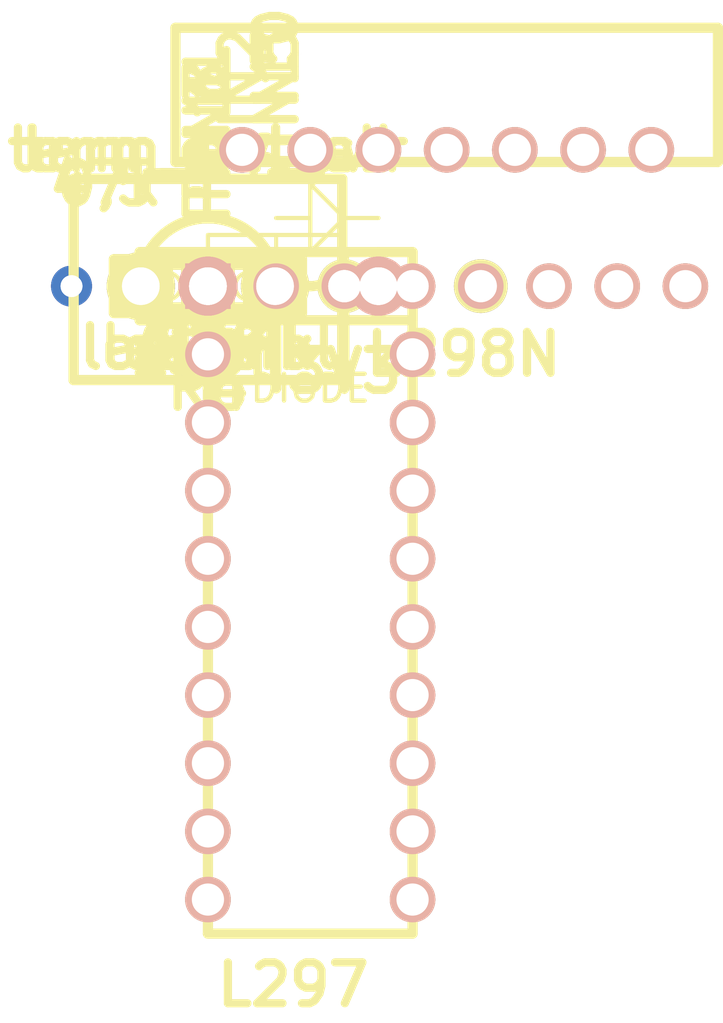
<source format=kicad_pcb>
(kicad_pcb (version 3) (host pcbnew "(2013-07-07 BZR 4022)-stable")

  (general
    (links 71)
    (no_connects 53)
    (area 0 0 0 0)
    (thickness 1.6)
    (drawings 0)
    (tracks 0)
    (zones 0)
    (modules 35)
    (nets 30)
  )

  (page A3)
  (layers
    (15 F.Cu signal)
    (0 B.Cu signal)
    (16 B.Adhes user)
    (17 F.Adhes user)
    (18 B.Paste user)
    (19 F.Paste user)
    (20 B.SilkS user)
    (21 F.SilkS user)
    (22 B.Mask user)
    (23 F.Mask user)
    (24 Dwgs.User user)
    (25 Cmts.User user)
    (26 Eco1.User user)
    (27 Eco2.User user)
    (28 Edge.Cuts user)
  )

  (setup
    (last_trace_width 0.254)
    (trace_clearance 0.254)
    (zone_clearance 0.508)
    (zone_45_only no)
    (trace_min 0.254)
    (segment_width 0.2)
    (edge_width 0.15)
    (via_size 0.889)
    (via_drill 0.635)
    (via_min_size 0.889)
    (via_min_drill 0.508)
    (uvia_size 0.508)
    (uvia_drill 0.127)
    (uvias_allowed no)
    (uvia_min_size 0.508)
    (uvia_min_drill 0.127)
    (pcb_text_width 0.3)
    (pcb_text_size 1.5 1.5)
    (mod_edge_width 0.15)
    (mod_text_size 1.5 1.5)
    (mod_text_width 0.15)
    (pad_size 1.524 1.524)
    (pad_drill 0.762)
    (pad_to_mask_clearance 0.2)
    (aux_axis_origin 0 0)
    (visible_elements FFFFFFBF)
    (pcbplotparams
      (layerselection 3178497)
      (usegerberextensions true)
      (excludeedgelayer true)
      (linewidth 0.150000)
      (plotframeref false)
      (viasonmask false)
      (mode 1)
      (useauxorigin false)
      (hpglpennumber 1)
      (hpglpenspeed 20)
      (hpglpendiameter 15)
      (hpglpenoverlay 2)
      (psnegative false)
      (psa4output false)
      (plotreference true)
      (plotvalue true)
      (plotothertext true)
      (plotinvisibletext false)
      (padsonsilk false)
      (subtractmaskfromsilk false)
      (outputformat 1)
      (mirror false)
      (drillshape 1)
      (scaleselection 1)
      (outputdirectory ""))
  )

  (net 0 "")
  (net 1 +36V)
  (net 2 +5V)
  (net 3 GND)
  (net 4 N-000001)
  (net 5 N-0000010)
  (net 6 N-0000011)
  (net 7 N-0000012)
  (net 8 N-0000013)
  (net 9 N-0000014)
  (net 10 N-0000015)
  (net 11 N-0000016)
  (net 12 N-0000017)
  (net 13 N-0000018)
  (net 14 N-0000019)
  (net 15 N-0000021)
  (net 16 N-0000022)
  (net 17 N-0000023)
  (net 18 N-0000024)
  (net 19 N-0000025)
  (net 20 N-0000026)
  (net 21 N-0000027)
  (net 22 N-0000028)
  (net 23 N-0000029)
  (net 24 N-000003)
  (net 25 N-000004)
  (net 26 N-000005)
  (net 27 N-000006)
  (net 28 N-000008)
  (net 29 N-000009)

  (net_class Default "Это класс цепей по умолчанию."
    (clearance 0.254)
    (trace_width 0.254)
    (via_dia 0.889)
    (via_drill 0.635)
    (uvia_dia 0.508)
    (uvia_drill 0.127)
    (add_net "")
    (add_net +36V)
    (add_net +5V)
    (add_net GND)
    (add_net N-000001)
    (add_net N-0000010)
    (add_net N-0000011)
    (add_net N-0000012)
    (add_net N-0000013)
    (add_net N-0000014)
    (add_net N-0000015)
    (add_net N-0000016)
    (add_net N-0000017)
    (add_net N-0000018)
    (add_net N-0000019)
    (add_net N-0000021)
    (add_net N-0000022)
    (add_net N-0000023)
    (add_net N-0000024)
    (add_net N-0000025)
    (add_net N-0000026)
    (add_net N-0000027)
    (add_net N-0000028)
    (add_net N-0000029)
    (add_net N-000003)
    (add_net N-000004)
    (add_net N-000005)
    (add_net N-000006)
    (add_net N-000008)
    (add_net N-000009)
  )

  (module RES_1206 (layer F.Cu) (tedit 52246718) (tstamp 53B16DC9)
    (at 112.5 84.5)
    (path /524975EA)
    (fp_text reference R8 (at 0 -2.286) (layer F.SilkS) hide
      (effects (font (size 1.524 1.524) (thickness 0.3048)))
    )
    (fp_text value 0 (at 0 2.286) (layer F.SilkS)
      (effects (font (size 1.524 1.524) (thickness 0.3048)))
    )
    (fp_line (start 1.524 0) (end 2.794 0) (layer F.SilkS) (width 0.381))
    (fp_line (start -1.524 0) (end -2.794 0) (layer F.SilkS) (width 0.381))
    (fp_line (start -1.5494 -0.8001) (end -1.5494 0.8001) (layer F.SilkS) (width 0.381))
    (fp_line (start -1.5494 0.8001) (end 1.5494 0.8001) (layer F.SilkS) (width 0.381))
    (fp_line (start 1.5494 0.8001) (end 1.5494 -0.8001) (layer F.SilkS) (width 0.381))
    (fp_line (start 1.5494 -0.8001) (end -1.5494 -0.8001) (layer F.SilkS) (width 0.381))
    (pad 1 smd rect (at -1.905 0) (size 1.20142 1.80086)
      (layers B.Cu F.SilkS B.Mask)
      (net 22 N-0000028)
    )
    (pad 2 smd rect (at 1.905 0) (size 1.20142 1.80086)
      (layers B.Cu F.SilkS B.Mask)
      (net 26 N-000005)
    )
    (model smd\resistors\r_1206.wrl
      (at (xyz 0 0 0))
      (scale (xyz 1 1 1))
      (rotate (xyz 0 0 0))
    )
  )

  (module RES_1206 (layer F.Cu) (tedit 52246718) (tstamp 53B16DD5)
    (at 112.5 84.5)
    (path /52038B96)
    (fp_text reference R3 (at 0 -2.286) (layer F.SilkS) hide
      (effects (font (size 1.524 1.524) (thickness 0.3048)))
    )
    (fp_text value 22k (at 0 2.286) (layer F.SilkS)
      (effects (font (size 1.524 1.524) (thickness 0.3048)))
    )
    (fp_line (start 1.524 0) (end 2.794 0) (layer F.SilkS) (width 0.381))
    (fp_line (start -1.524 0) (end -2.794 0) (layer F.SilkS) (width 0.381))
    (fp_line (start -1.5494 -0.8001) (end -1.5494 0.8001) (layer F.SilkS) (width 0.381))
    (fp_line (start -1.5494 0.8001) (end 1.5494 0.8001) (layer F.SilkS) (width 0.381))
    (fp_line (start 1.5494 0.8001) (end 1.5494 -0.8001) (layer F.SilkS) (width 0.381))
    (fp_line (start 1.5494 -0.8001) (end -1.5494 -0.8001) (layer F.SilkS) (width 0.381))
    (pad 1 smd rect (at -1.905 0) (size 1.20142 1.80086)
      (layers B.Cu F.SilkS B.Mask)
      (net 2 +5V)
    )
    (pad 2 smd rect (at 1.905 0) (size 1.20142 1.80086)
      (layers B.Cu F.SilkS B.Mask)
      (net 5 N-0000010)
    )
    (model smd\resistors\r_1206.wrl
      (at (xyz 0 0 0))
      (scale (xyz 1 1 1))
      (rotate (xyz 0 0 0))
    )
  )

  (module RES_1206 (layer F.Cu) (tedit 52246718) (tstamp 53B16DE1)
    (at 112.5 84.5)
    (path /52047BE5)
    (fp_text reference R2 (at 0 -2.286) (layer F.SilkS) hide
      (effects (font (size 1.524 1.524) (thickness 0.3048)))
    )
    (fp_text value 470 (at 0 2.286) (layer F.SilkS)
      (effects (font (size 1.524 1.524) (thickness 0.3048)))
    )
    (fp_line (start 1.524 0) (end 2.794 0) (layer F.SilkS) (width 0.381))
    (fp_line (start -1.524 0) (end -2.794 0) (layer F.SilkS) (width 0.381))
    (fp_line (start -1.5494 -0.8001) (end -1.5494 0.8001) (layer F.SilkS) (width 0.381))
    (fp_line (start -1.5494 0.8001) (end 1.5494 0.8001) (layer F.SilkS) (width 0.381))
    (fp_line (start 1.5494 0.8001) (end 1.5494 -0.8001) (layer F.SilkS) (width 0.381))
    (fp_line (start 1.5494 -0.8001) (end -1.5494 -0.8001) (layer F.SilkS) (width 0.381))
    (pad 1 smd rect (at -1.905 0) (size 1.20142 1.80086)
      (layers B.Cu F.SilkS B.Mask)
      (net 23 N-0000029)
    )
    (pad 2 smd rect (at 1.905 0) (size 1.20142 1.80086)
      (layers B.Cu F.SilkS B.Mask)
      (net 27 N-000006)
    )
    (model smd\resistors\r_1206.wrl
      (at (xyz 0 0 0))
      (scale (xyz 1 1 1))
      (rotate (xyz 0 0 0))
    )
  )

  (module RES_1206 (layer F.Cu) (tedit 52246718) (tstamp 53B16DED)
    (at 112.5 84.5)
    (path /52047BDE)
    (fp_text reference R1 (at 0 -2.286) (layer F.SilkS) hide
      (effects (font (size 1.524 1.524) (thickness 0.3048)))
    )
    (fp_text value 470 (at 0 2.286) (layer F.SilkS)
      (effects (font (size 1.524 1.524) (thickness 0.3048)))
    )
    (fp_line (start 1.524 0) (end 2.794 0) (layer F.SilkS) (width 0.381))
    (fp_line (start -1.524 0) (end -2.794 0) (layer F.SilkS) (width 0.381))
    (fp_line (start -1.5494 -0.8001) (end -1.5494 0.8001) (layer F.SilkS) (width 0.381))
    (fp_line (start -1.5494 0.8001) (end 1.5494 0.8001) (layer F.SilkS) (width 0.381))
    (fp_line (start 1.5494 0.8001) (end 1.5494 -0.8001) (layer F.SilkS) (width 0.381))
    (fp_line (start 1.5494 -0.8001) (end -1.5494 -0.8001) (layer F.SilkS) (width 0.381))
    (pad 1 smd rect (at -1.905 0) (size 1.20142 1.80086)
      (layers B.Cu F.SilkS B.Mask)
      (net 26 N-000005)
    )
    (pad 2 smd rect (at 1.905 0) (size 1.20142 1.80086)
      (layers B.Cu F.SilkS B.Mask)
      (net 25 N-000004)
    )
    (model smd\resistors\r_1206.wrl
      (at (xyz 0 0 0))
      (scale (xyz 1 1 1))
      (rotate (xyz 0 0 0))
    )
  )

  (module R_5mm_hor (layer F.Cu) (tedit 5161521C) (tstamp 53B16DF7)
    (at 112.5 84.5)
    (path /52037D7B)
    (fp_text reference R4 (at 0 3.81) (layer F.SilkS)
      (effects (font (size 1.524 1.524) (thickness 0.3048)))
    )
    (fp_text value 0,5 (at -3.81 -3.81) (layer F.SilkS)
      (effects (font (size 1.524 1.524) (thickness 0.3048)))
    )
    (fp_line (start -2.54 1.27) (end -2.54 -1.27) (layer F.SilkS) (width 0.381))
    (fp_line (start -2.54 -1.27) (end 2.54 -1.27) (layer F.SilkS) (width 0.381))
    (fp_line (start 2.54 -1.27) (end 2.54 1.27) (layer F.SilkS) (width 0.381))
    (fp_line (start 2.54 1.27) (end -2.54 1.27) (layer F.SilkS) (width 0.381))
    (pad 1 thru_hole circle (at -5.08 0) (size 1.524 1.524) (drill 0.8128)
      (layers *.Cu)
      (net 3 GND)
    )
    (pad 2 thru_hole circle (at 5.08 0) (size 1.524 1.524) (drill 0.8128)
      (layers *.Cu)
      (net 21 N-0000027)
    )
    (model wings3d/passive/R_5mm_hor.wrl
      (at (xyz 0 0 0))
      (scale (xyz 0.394 0.394 0.394))
      (rotate (xyz 0 0 0))
    )
  )

  (module R_5mm_hor (layer F.Cu) (tedit 5161521C) (tstamp 53B16E01)
    (at 112.5 84.5)
    (path /52037D81)
    (fp_text reference R5 (at 0 3.81) (layer F.SilkS)
      (effects (font (size 1.524 1.524) (thickness 0.3048)))
    )
    (fp_text value 0,5 (at -3.81 -3.81) (layer F.SilkS)
      (effects (font (size 1.524 1.524) (thickness 0.3048)))
    )
    (fp_line (start -2.54 1.27) (end -2.54 -1.27) (layer F.SilkS) (width 0.381))
    (fp_line (start -2.54 -1.27) (end 2.54 -1.27) (layer F.SilkS) (width 0.381))
    (fp_line (start 2.54 -1.27) (end 2.54 1.27) (layer F.SilkS) (width 0.381))
    (fp_line (start 2.54 1.27) (end -2.54 1.27) (layer F.SilkS) (width 0.381))
    (pad 1 thru_hole circle (at -5.08 0) (size 1.524 1.524) (drill 0.8128)
      (layers *.Cu)
      (net 3 GND)
    )
    (pad 2 thru_hole circle (at 5.08 0) (size 1.524 1.524) (drill 0.8128)
      (layers *.Cu)
      (net 18 N-0000024)
    )
    (model wings3d/passive/R_5mm_hor.wrl
      (at (xyz 0 0 0))
      (scale (xyz 0.394 0.394 0.394))
      (rotate (xyz 0 0 0))
    )
  )

  (module R_5mm_hor (layer F.Cu) (tedit 5161521C) (tstamp 53B16E0B)
    (at 112.5 84.5)
    (path /52159EA2)
    (fp_text reference R6 (at 0 3.81) (layer F.SilkS)
      (effects (font (size 1.524 1.524) (thickness 0.3048)))
    )
    (fp_text value 47k (at -3.81 -3.81) (layer F.SilkS)
      (effects (font (size 1.524 1.524) (thickness 0.3048)))
    )
    (fp_line (start -2.54 1.27) (end -2.54 -1.27) (layer F.SilkS) (width 0.381))
    (fp_line (start -2.54 -1.27) (end 2.54 -1.27) (layer F.SilkS) (width 0.381))
    (fp_line (start 2.54 -1.27) (end 2.54 1.27) (layer F.SilkS) (width 0.381))
    (fp_line (start 2.54 1.27) (end -2.54 1.27) (layer F.SilkS) (width 0.381))
    (pad 1 thru_hole circle (at -5.08 0) (size 1.524 1.524) (drill 0.8128)
      (layers *.Cu)
      (net 14 N-0000019)
    )
    (pad 2 thru_hole circle (at 5.08 0) (size 1.524 1.524) (drill 0.8128)
      (layers *.Cu)
      (net 2 +5V)
    )
    (model wings3d/passive/R_5mm_hor.wrl
      (at (xyz 0 0 0))
      (scale (xyz 0.394 0.394 0.394))
      (rotate (xyz 0 0 0))
    )
  )

  (module PIN_3x1-corn (layer F.Cu) (tedit 5229AAD3) (tstamp 53B16E18)
    (at 112.5 84.5)
    (path /52039732)
    (fp_text reference PIN3 (at 2.54 -6.985 90) (layer F.SilkS)
      (effects (font (size 1.524 1.524) (thickness 0.3048)))
    )
    (fp_text value pin_drv_ctrl (at 2.54 2.54) (layer F.SilkS) hide
      (effects (font (size 1.524 1.524) (thickness 0.3048)))
    )
    (fp_line (start 0 -1.27) (end 0 -1.905) (layer F.SilkS) (width 0.15))
    (fp_line (start 0 -1.905) (end 5.08 -1.905) (layer F.SilkS) (width 0.15))
    (fp_line (start 5.08 -1.905) (end 5.08 -1.27) (layer F.SilkS) (width 0.15))
    (fp_line (start 5.08 0) (end 5.08 3.81) (layer F.SilkS) (width 0.381))
    (fp_line (start 2.54 0) (end 2.54 3.81) (layer F.SilkS) (width 0.381))
    (fp_line (start 0 0) (end 0 3.81) (layer F.SilkS) (width 0.381))
    (pad 2 thru_hole circle (at 2.54 0) (size 2 2) (drill 1.2)
      (layers B.Cu F.SilkS B.Mask)
      (net 23 N-0000029)
    )
    (pad 1 thru_hole circle (at 0 0) (size 2 2) (drill 1.2)
      (layers B.Cu F.SilkS B.Mask)
      (net 12 N-0000017)
    )
    (pad 3 thru_hole circle (at 5.08 0) (size 2 2) (drill 1.2)
      (layers B.Cu F.SilkS B.Mask)
      (net 11 N-0000016)
    )
    (model pin_array\pins_array_3x1.wrl
      (at (xyz 0 0 0))
      (scale (xyz 1 1 1))
      (rotate (xyz 0 0 0))
    )
  )

  (module PIN_3x1 (layer F.Cu) (tedit 5229AAA6) (tstamp 53B16E22)
    (at 112.5 84.5)
    (path /52039607)
    (fp_text reference PIN5 (at 2.54 -6.985 90) (layer F.SilkS)
      (effects (font (size 1.524 1.524) (thickness 0.3048)))
    )
    (fp_text value pin_switch_ctrl (at 2.54 2.54) (layer F.SilkS) hide
      (effects (font (size 1.524 1.524) (thickness 0.3048)))
    )
    (fp_line (start 0 -1.27) (end 0 -1.905) (layer F.SilkS) (width 0.15))
    (fp_line (start 0 -1.905) (end 5.08 -1.905) (layer F.SilkS) (width 0.15))
    (fp_line (start 5.08 -1.905) (end 5.08 -1.27) (layer F.SilkS) (width 0.15))
    (pad 2 thru_hole circle (at 2.54 0) (size 2 2) (drill 1.2)
      (layers B.Cu F.SilkS B.Mask)
      (net 4 N-000001)
    )
    (pad 1 thru_hole circle (at 0 0) (size 2 2) (drill 1.2)
      (layers B.Cu F.SilkS B.Mask)
      (net 2 +5V)
    )
    (pad 3 thru_hole circle (at 5.08 0) (size 2 2) (drill 1.2)
      (layers B.Cu F.SilkS B.Mask)
      (net 3 GND)
    )
    (model pin_array\pins_array_3x1.wrl
      (at (xyz 0 0 0))
      (scale (xyz 1 1 1))
      (rotate (xyz 0 0 0))
    )
  )

  (module PIN_3x1 (layer F.Cu) (tedit 5229AAA6) (tstamp 53B16E2C)
    (at 112.5 84.5)
    (path /5208A3D0)
    (fp_text reference PIN10 (at 2.54 -6.985 90) (layer F.SilkS)
      (effects (font (size 1.524 1.524) (thickness 0.3048)))
    )
    (fp_text value osc_src (at 2.54 2.54) (layer F.SilkS) hide
      (effects (font (size 1.524 1.524) (thickness 0.3048)))
    )
    (fp_line (start 0 -1.27) (end 0 -1.905) (layer F.SilkS) (width 0.15))
    (fp_line (start 0 -1.905) (end 5.08 -1.905) (layer F.SilkS) (width 0.15))
    (fp_line (start 5.08 -1.905) (end 5.08 -1.27) (layer F.SilkS) (width 0.15))
    (pad 2 thru_hole circle (at 2.54 0) (size 2 2) (drill 1.2)
      (layers B.Cu F.SilkS B.Mask)
      (net 13 N-0000018)
    )
    (pad 1 thru_hole circle (at 0 0) (size 2 2) (drill 1.2)
      (layers B.Cu F.SilkS B.Mask)
      (net 5 N-0000010)
    )
    (pad 3 thru_hole circle (at 5.08 0) (size 2 2) (drill 1.2)
      (layers B.Cu F.SilkS B.Mask)
      (net 3 GND)
    )
    (model pin_array\pins_array_3x1.wrl
      (at (xyz 0 0 0))
      (scale (xyz 1 1 1))
      (rotate (xyz 0 0 0))
    )
  )

  (module PIN_2x1-corn (layer F.Cu) (tedit 5229AA8B) (tstamp 53B16E37)
    (at 112.5 84.5)
    (path /5204830C)
    (fp_text reference PIN2 (at 1.27 -6.985 90) (layer F.SilkS)
      (effects (font (size 1.524 1.524) (thickness 0.3048)))
    )
    (fp_text value pin_ttl_pwr (at 1.27 2.54) (layer F.SilkS) hide
      (effects (font (size 1.524 1.524) (thickness 0.3048)))
    )
    (fp_line (start 0 -1.27) (end 0 -1.905) (layer F.SilkS) (width 0.15))
    (fp_line (start 0 -1.905) (end 2.54 -1.905) (layer F.SilkS) (width 0.15))
    (fp_line (start 2.54 -1.905) (end 2.54 -1.27) (layer F.SilkS) (width 0.15))
    (fp_line (start 2.54 0) (end 2.54 3.81) (layer F.SilkS) (width 0.381))
    (fp_line (start 0 0) (end 0 3.81) (layer F.SilkS) (width 0.381))
    (pad 1 thru_hole circle (at 0 0) (size 2 2) (drill 1.2)
      (layers B.Cu F.SilkS B.Mask)
      (net 3 GND)
    )
    (pad 2 thru_hole circle (at 2.54 0) (size 2 2) (drill 1.2)
      (layers B.Cu F.SilkS B.Mask)
      (net 2 +5V)
    )
    (model pin_array\pins_array_2x1.wrl
      (at (xyz 0 0 0))
      (scale (xyz 1 1 1))
      (rotate (xyz 0 0 0))
    )
  )

  (module PIN_1x1-corn (layer F.Cu) (tedit 5229A4EE) (tstamp 53B16E3D)
    (at 112.5 84.5)
    (path /52160DA8)
    (fp_text reference PIN11 (at 0 -5.715 90) (layer F.SilkS)
      (effects (font (size 1.524 1.524) (thickness 0.3048)))
    )
    (fp_text value pin_enbl (at 0 2.54) (layer F.SilkS) hide
      (effects (font (size 1.524 1.524) (thickness 0.3048)))
    )
    (fp_line (start 0 0) (end 0 3.81) (layer F.SilkS) (width 0.381))
    (pad 1 thru_hole circle (at 0 0) (size 2 2) (drill 1.2)
      (layers B.Cu F.SilkS B.Mask)
      (net 22 N-0000028)
    )
    (model pin_array\pin_array_1x1.wrl
      (at (xyz 0 0 0))
      (scale (xyz 1 1 1))
      (rotate (xyz 0 0 0))
    )
  )

  (module PIN_1x1-corn (layer F.Cu) (tedit 5229A4EE) (tstamp 53B16E43)
    (at 112.5 84.5)
    (path /52160D8D)
    (fp_text reference PIN6 (at 0 -5.715 90) (layer F.SilkS)
      (effects (font (size 1.524 1.524) (thickness 0.3048)))
    )
    (fp_text value pin_rst (at 0 2.54) (layer F.SilkS) hide
      (effects (font (size 1.524 1.524) (thickness 0.3048)))
    )
    (fp_line (start 0 0) (end 0 3.81) (layer F.SilkS) (width 0.381))
    (pad 1 thru_hole circle (at 0 0) (size 2 2) (drill 1.2)
      (layers B.Cu F.SilkS B.Mask)
      (net 6 N-0000011)
    )
    (model pin_array\pin_array_1x1.wrl
      (at (xyz 0 0 0))
      (scale (xyz 1 1 1))
      (rotate (xyz 0 0 0))
    )
  )

  (module PIN_1x1-corn (layer F.Cu) (tedit 5229A4EE) (tstamp 53B16E49)
    (at 112.5 84.5)
    (path /52160C30)
    (fp_text reference PIN1 (at 0 -5.715 90) (layer F.SilkS)
      (effects (font (size 1.524 1.524) (thickness 0.3048)))
    )
    (fp_text value pin_home (at 0 2.54) (layer F.SilkS) hide
      (effects (font (size 1.524 1.524) (thickness 0.3048)))
    )
    (fp_line (start 0 0) (end 0 3.81) (layer F.SilkS) (width 0.381))
    (pad 1 thru_hole circle (at 0 0) (size 2 2) (drill 1.2)
      (layers B.Cu F.SilkS B.Mask)
      (net 7 N-0000012)
    )
    (model pin_array\pin_array_1x1.wrl
      (at (xyz 0 0 0))
      (scale (xyz 1 1 1))
      (rotate (xyz 0 0 0))
    )
  )

  (module PIN_1x1-corn (layer F.Cu) (tedit 5229A4EE) (tstamp 53B16E4F)
    (at 112.5 84.5)
    (path /52160C03)
    (fp_text reference PIN7 (at 0 -5.715 90) (layer F.SilkS)
      (effects (font (size 1.524 1.524) (thickness 0.3048)))
    )
    (fp_text value pin_sync (at 0 2.54) (layer F.SilkS) hide
      (effects (font (size 1.524 1.524) (thickness 0.3048)))
    )
    (fp_line (start 0 0) (end 0 3.81) (layer F.SilkS) (width 0.381))
    (pad 1 thru_hole circle (at 0 0) (size 2 2) (drill 1.2)
      (layers B.Cu F.SilkS B.Mask)
      (net 29 N-000009)
    )
    (model pin_array\pin_array_1x1.wrl
      (at (xyz 0 0 0))
      (scale (xyz 1 1 1))
      (rotate (xyz 0 0 0))
    )
  )

  (module multiwatt15v (layer F.Cu) (tedit 5232ECCC) (tstamp 53B16E66)
    (at 112.5 84.5)
    (path /52037CF2)
    (fp_text reference U2 (at 8.89 -7.62) (layer F.SilkS) hide
      (effects (font (size 1.524 1.524) (thickness 0.3048)))
    )
    (fp_text value L298N (at 9.525 2.54) (layer F.SilkS)
      (effects (font (size 1.524 1.524) (thickness 0.3048)))
    )
    (fp_line (start -1.20904 -9.62914) (end 18.99158 -9.62914) (layer F.SilkS) (width 0.381))
    (fp_line (start 18.99158 -9.62914) (end 18.99158 -4.62788) (layer F.SilkS) (width 0.381))
    (fp_line (start 18.99158 -4.62788) (end -1.20904 -4.62788) (layer F.SilkS) (width 0.381))
    (fp_line (start -1.20904 -4.62788) (end -1.20904 -9.62914) (layer F.SilkS) (width 0.381))
    (pad 2 thru_hole circle (at 1.27 -5.08) (size 1.7 1.7) (drill 1.19888)
      (layers *.Cu *.SilkS *.Mask)
      (net 19 N-0000025)
    )
    (pad 1 thru_hole circle (at 0 0) (size 1.7 1.7) (drill 1.19888)
      (layers *.Cu *.SilkS *.Mask)
      (net 21 N-0000027)
    )
    (pad 4 thru_hole circle (at 3.81 -5.08) (size 1.7 1.7) (drill 1.19888)
      (layers *.Cu *.SilkS *.Mask)
      (net 1 +36V)
    )
    (pad 3 thru_hole circle (at 2.54 0) (size 1.7 1.7) (drill 1.19888)
      (layers *.Cu *.SilkS *.Mask)
      (net 28 N-000008)
    )
    (pad 6 thru_hole circle (at 6.35 -5.08) (size 1.7 1.7) (drill 1.19888)
      (layers *.Cu *.SilkS *.Mask)
      (net 16 N-0000022)
    )
    (pad 5 thru_hole circle (at 5.08 0) (size 1.7 1.7) (drill 1.19888)
      (layers *.Cu *.SilkS *.Mask)
      (net 17 N-0000023)
    )
    (pad 8 thru_hole circle (at 8.89 -5.08) (size 1.7 1.7) (drill 1.19888)
      (layers *.Cu *.SilkS *.Mask)
      (net 3 GND)
    )
    (pad 7 thru_hole circle (at 7.62 0) (size 1.7 1.7) (drill 1.19888)
      (layers *.Cu *.SilkS *.Mask)
      (net 15 N-0000021)
    )
    (pad 10 thru_hole circle (at 11.43 -5.08) (size 1.7 1.7) (drill 1.19888)
      (layers *.Cu *.SilkS *.Mask)
      (net 10 N-0000015)
    )
    (pad 9 thru_hole circle (at 10.16 0) (size 1.7 1.7) (drill 1.19888)
      (layers *.Cu *.SilkS *.Mask)
      (net 2 +5V)
    )
    (pad 12 thru_hole circle (at 13.97 -5.08) (size 1.7 1.7) (drill 1.19888)
      (layers *.Cu *.SilkS *.Mask)
      (net 8 N-0000013)
    )
    (pad 11 thru_hole circle (at 12.7 0) (size 1.7 1.7) (drill 1.19888)
      (layers *.Cu *.SilkS *.Mask)
      (net 9 N-0000014)
    )
    (pad 14 thru_hole circle (at 16.51 -5.08) (size 1.7 1.7) (drill 1.19888)
      (layers *.Cu *.SilkS *.Mask)
      (net 24 N-000003)
    )
    (pad 13 thru_hole circle (at 15.24 0) (size 1.7 1.7) (drill 1.19888)
      (layers *.Cu *.SilkS *.Mask)
      (net 20 N-0000026)
    )
    (pad 15 thru_hole circle (at 17.78 0) (size 1.7 1.7) (drill 1.19888)
      (layers *.Cu *.SilkS *.Mask)
      (net 18 N-0000024)
    )
    (model wings3d\ic\multiwatt15v.wrl
      (at (xyz 0 0 0))
      (scale (xyz 0.391 0.391 0.391))
      (rotate (xyz 0 0 0))
    )
  )

  (module LED_1206 (layer F.Cu) (tedit 522DC8E1) (tstamp 53B16E77)
    (at 112.5 84.5)
    (path /52039A9B)
    (fp_text reference LED2 (at 0 -2.286) (layer F.SilkS) hide
      (effects (font (size 1.524 1.524) (thickness 0.3048)))
    )
    (fp_text value led_clk (at 0 2.286) (layer F.SilkS)
      (effects (font (size 1.524 1.524) (thickness 0.3048)))
    )
    (fp_line (start -1.524 0.762) (end -1.524 0.508) (layer F.SilkS) (width 0.15))
    (fp_line (start -1.524 -0.762) (end -1.524 -0.508) (layer F.SilkS) (width 0.15))
    (fp_line (start 1.524 0.508) (end 1.524 0.762) (layer F.SilkS) (width 0.15))
    (fp_line (start 1.524 -0.762) (end 1.524 -0.508) (layer F.SilkS) (width 0.15))
    (fp_circle (center 0.508 0) (end 0.508 -0.254) (layer F.SilkS) (width 0.15))
    (fp_arc (start 1.524 0) (end 1.524 0.508) (angle 90) (layer F.SilkS) (width 0.15))
    (fp_arc (start 1.524 0) (end 1.016 0) (angle 90) (layer F.SilkS) (width 0.15))
    (fp_arc (start -1.524 0) (end -1.524 -0.508) (angle 90) (layer F.SilkS) (width 0.15))
    (fp_arc (start -1.524 0) (end -1.016 0) (angle 90) (layer F.SilkS) (width 0.15))
    (fp_line (start -1.5494 0.8001) (end 1.5494 0.8001) (layer F.SilkS) (width 0.381))
    (fp_line (start 1.5494 -0.8001) (end -1.5494 -0.8001) (layer F.SilkS) (width 0.381))
    (pad 1 smd rect (at -1.905 0) (size 1.20142 1.80086)
      (layers B.Cu F.SilkS B.Mask)
      (net 27 N-000006)
    )
    (pad 2 smd rect (at 1.905 0) (size 1.20142 1.80086)
      (layers B.Cu F.SilkS B.Mask)
      (net 2 +5V)
    )
  )

  (module LED_1206 (layer F.Cu) (tedit 522DC8E1) (tstamp 53B16E88)
    (at 112.5 84.5)
    (path /52039A90)
    (fp_text reference LED1 (at 0 -2.286) (layer F.SilkS) hide
      (effects (font (size 1.524 1.524) (thickness 0.3048)))
    )
    (fp_text value led_enbl (at 0 2.286) (layer F.SilkS)
      (effects (font (size 1.524 1.524) (thickness 0.3048)))
    )
    (fp_line (start -1.524 0.762) (end -1.524 0.508) (layer F.SilkS) (width 0.15))
    (fp_line (start -1.524 -0.762) (end -1.524 -0.508) (layer F.SilkS) (width 0.15))
    (fp_line (start 1.524 0.508) (end 1.524 0.762) (layer F.SilkS) (width 0.15))
    (fp_line (start 1.524 -0.762) (end 1.524 -0.508) (layer F.SilkS) (width 0.15))
    (fp_circle (center 0.508 0) (end 0.508 -0.254) (layer F.SilkS) (width 0.15))
    (fp_arc (start 1.524 0) (end 1.524 0.508) (angle 90) (layer F.SilkS) (width 0.15))
    (fp_arc (start 1.524 0) (end 1.016 0) (angle 90) (layer F.SilkS) (width 0.15))
    (fp_arc (start -1.524 0) (end -1.524 -0.508) (angle 90) (layer F.SilkS) (width 0.15))
    (fp_arc (start -1.524 0) (end -1.016 0) (angle 90) (layer F.SilkS) (width 0.15))
    (fp_line (start -1.5494 0.8001) (end 1.5494 0.8001) (layer F.SilkS) (width 0.381))
    (fp_line (start 1.5494 -0.8001) (end -1.5494 -0.8001) (layer F.SilkS) (width 0.381))
    (pad 1 smd rect (at -1.905 0) (size 1.20142 1.80086)
      (layers B.Cu F.SilkS B.Mask)
      (net 25 N-000004)
    )
    (pad 2 smd rect (at 1.905 0) (size 1.20142 1.80086)
      (layers B.Cu F.SilkS B.Mask)
      (net 2 +5V)
    )
  )

  (module DO-41_h (layer F.Cu) (tedit 533D0428) (tstamp 53B16E93)
    (at 112.5 84.5)
    (path /5208A780)
    (fp_text reference D9 (at 5.08 -2.54) (layer F.SilkS) hide
      (effects (font (size 1.524 1.524) (thickness 0.3048)))
    )
    (fp_text value 3V3 (at 5.08 3.175) (layer F.SilkS)
      (effects (font (size 1.524 1.524) (thickness 0.3048)))
    )
    (fp_line (start 6.35 -1.27) (end 6.35 1.27) (layer F.SilkS) (width 0.381))
    (fp_line (start 2.54 -1.27) (end 7.62 -1.27) (layer F.SilkS) (width 0.381))
    (fp_line (start 7.62 -1.27) (end 7.62 1.27) (layer F.SilkS) (width 0.381))
    (fp_line (start 7.62 1.27) (end 2.54 1.27) (layer F.SilkS) (width 0.381))
    (fp_line (start 2.54 1.27) (end 2.54 -1.27) (layer F.SilkS) (width 0.381))
    (pad 1 thru_hole rect (at 0 0) (size 1.99898 1.99898) (drill 1.19888)
      (layers B.Cu F.SilkS B.Mask)
      (net 3 GND)
    )
    (pad 2 thru_hole circle (at 10.16 0) (size 1.99898 1.99898) (drill 1.19888)
      (layers B.Cu F.SilkS B.Mask)
      (net 14 N-0000019)
    )
    (model discret\diode.wrl
      (at (xyz 0 0 0))
      (scale (xyz 0.4 0.4 0.4))
      (rotate (xyz 0 0 0))
    )
  )

  (module DO-201AD_v (layer F.Cu) (tedit 5232D65D) (tstamp 53B16EA1)
    (at 112.5 84.5)
    (path /52038656)
    (fp_text reference D5 (at 2.54 -5.08) (layer F.SilkS) hide
      (effects (font (size 1 1) (thickness 0.15)))
    )
    (fp_text value DIODE (at 3.81 3.81) (layer F.SilkS)
      (effects (font (size 1 1) (thickness 0.15)))
    )
    (fp_line (start 3.81 -2.54) (end 2.54 -2.54) (layer F.SilkS) (width 0.15))
    (fp_line (start 5.08 -2.54) (end 6.35 -2.54) (layer F.SilkS) (width 0.15))
    (fp_line (start 5.08 -2.54) (end 3.81 -3.81) (layer F.SilkS) (width 0.15))
    (fp_line (start 3.81 -3.81) (end 3.81 -1.27) (layer F.SilkS) (width 0.15))
    (fp_line (start 3.81 -1.27) (end 5.08 -2.54) (layer F.SilkS) (width 0.15))
    (fp_line (start 5.08 -3.81) (end 5.08 -1.27) (layer F.SilkS) (width 0.15))
    (fp_line (start 5.08 -1.27) (end 5.08 -2.54) (layer F.SilkS) (width 0.15))
    (fp_circle (center 0 0) (end 2.54 0) (layer F.SilkS) (width 0.4))
    (pad 1 thru_hole circle (at 0 0) (size 2.2 2.2) (drill 1.4)
      (layers *.Cu *.SilkS *.Mask)
      (net 20 N-0000026)
    )
    (pad 2 thru_hole circle (at 6.35 0) (size 2.2 2.2) (drill 1.4)
      (layers *.Cu *.SilkS *.Mask)
      (net 1 +36V)
    )
  )

  (module DO-201AD_v (layer F.Cu) (tedit 5232D65D) (tstamp 53B16EAF)
    (at 112.5 84.5)
    (path /52038645)
    (fp_text reference D1 (at 2.54 -5.08) (layer F.SilkS) hide
      (effects (font (size 1 1) (thickness 0.15)))
    )
    (fp_text value DIODE (at 3.81 3.81) (layer F.SilkS)
      (effects (font (size 1 1) (thickness 0.15)))
    )
    (fp_line (start 3.81 -2.54) (end 2.54 -2.54) (layer F.SilkS) (width 0.15))
    (fp_line (start 5.08 -2.54) (end 6.35 -2.54) (layer F.SilkS) (width 0.15))
    (fp_line (start 5.08 -2.54) (end 3.81 -3.81) (layer F.SilkS) (width 0.15))
    (fp_line (start 3.81 -3.81) (end 3.81 -1.27) (layer F.SilkS) (width 0.15))
    (fp_line (start 3.81 -1.27) (end 5.08 -2.54) (layer F.SilkS) (width 0.15))
    (fp_line (start 5.08 -3.81) (end 5.08 -1.27) (layer F.SilkS) (width 0.15))
    (fp_line (start 5.08 -1.27) (end 5.08 -2.54) (layer F.SilkS) (width 0.15))
    (fp_circle (center 0 0) (end 2.54 0) (layer F.SilkS) (width 0.4))
    (pad 1 thru_hole circle (at 0 0) (size 2.2 2.2) (drill 1.4)
      (layers *.Cu *.SilkS *.Mask)
      (net 19 N-0000025)
    )
    (pad 2 thru_hole circle (at 6.35 0) (size 2.2 2.2) (drill 1.4)
      (layers *.Cu *.SilkS *.Mask)
      (net 1 +36V)
    )
  )

  (module DO-201AD_v (layer F.Cu) (tedit 5232D65D) (tstamp 53B16EBD)
    (at 112.5 84.5)
    (path /52038650)
    (fp_text reference D3 (at 2.54 -5.08) (layer F.SilkS) hide
      (effects (font (size 1 1) (thickness 0.15)))
    )
    (fp_text value DIODE (at 3.81 3.81) (layer F.SilkS)
      (effects (font (size 1 1) (thickness 0.15)))
    )
    (fp_line (start 3.81 -2.54) (end 2.54 -2.54) (layer F.SilkS) (width 0.15))
    (fp_line (start 5.08 -2.54) (end 6.35 -2.54) (layer F.SilkS) (width 0.15))
    (fp_line (start 5.08 -2.54) (end 3.81 -3.81) (layer F.SilkS) (width 0.15))
    (fp_line (start 3.81 -3.81) (end 3.81 -1.27) (layer F.SilkS) (width 0.15))
    (fp_line (start 3.81 -1.27) (end 5.08 -2.54) (layer F.SilkS) (width 0.15))
    (fp_line (start 5.08 -3.81) (end 5.08 -1.27) (layer F.SilkS) (width 0.15))
    (fp_line (start 5.08 -1.27) (end 5.08 -2.54) (layer F.SilkS) (width 0.15))
    (fp_circle (center 0 0) (end 2.54 0) (layer F.SilkS) (width 0.4))
    (pad 1 thru_hole circle (at 0 0) (size 2.2 2.2) (drill 1.4)
      (layers *.Cu *.SilkS *.Mask)
      (net 28 N-000008)
    )
    (pad 2 thru_hole circle (at 6.35 0) (size 2.2 2.2) (drill 1.4)
      (layers *.Cu *.SilkS *.Mask)
      (net 1 +36V)
    )
  )

  (module DO-201AD_v (layer F.Cu) (tedit 5232D65D) (tstamp 53B16ECB)
    (at 112.5 84.5)
    (path /52038659)
    (fp_text reference D7 (at 2.54 -5.08) (layer F.SilkS) hide
      (effects (font (size 1 1) (thickness 0.15)))
    )
    (fp_text value DIODE (at 3.81 3.81) (layer F.SilkS)
      (effects (font (size 1 1) (thickness 0.15)))
    )
    (fp_line (start 3.81 -2.54) (end 2.54 -2.54) (layer F.SilkS) (width 0.15))
    (fp_line (start 5.08 -2.54) (end 6.35 -2.54) (layer F.SilkS) (width 0.15))
    (fp_line (start 5.08 -2.54) (end 3.81 -3.81) (layer F.SilkS) (width 0.15))
    (fp_line (start 3.81 -3.81) (end 3.81 -1.27) (layer F.SilkS) (width 0.15))
    (fp_line (start 3.81 -1.27) (end 5.08 -2.54) (layer F.SilkS) (width 0.15))
    (fp_line (start 5.08 -3.81) (end 5.08 -1.27) (layer F.SilkS) (width 0.15))
    (fp_line (start 5.08 -1.27) (end 5.08 -2.54) (layer F.SilkS) (width 0.15))
    (fp_circle (center 0 0) (end 2.54 0) (layer F.SilkS) (width 0.4))
    (pad 1 thru_hole circle (at 0 0) (size 2.2 2.2) (drill 1.4)
      (layers *.Cu *.SilkS *.Mask)
      (net 24 N-000003)
    )
    (pad 2 thru_hole circle (at 6.35 0) (size 2.2 2.2) (drill 1.4)
      (layers *.Cu *.SilkS *.Mask)
      (net 1 +36V)
    )
  )

  (module DO-201AD_v (layer F.Cu) (tedit 5232D65D) (tstamp 53B16ED9)
    (at 112.5 84.5)
    (path /52038662)
    (fp_text reference D2 (at 2.54 -5.08) (layer F.SilkS) hide
      (effects (font (size 1 1) (thickness 0.15)))
    )
    (fp_text value DIODE (at 3.81 3.81) (layer F.SilkS)
      (effects (font (size 1 1) (thickness 0.15)))
    )
    (fp_line (start 3.81 -2.54) (end 2.54 -2.54) (layer F.SilkS) (width 0.15))
    (fp_line (start 5.08 -2.54) (end 6.35 -2.54) (layer F.SilkS) (width 0.15))
    (fp_line (start 5.08 -2.54) (end 3.81 -3.81) (layer F.SilkS) (width 0.15))
    (fp_line (start 3.81 -3.81) (end 3.81 -1.27) (layer F.SilkS) (width 0.15))
    (fp_line (start 3.81 -1.27) (end 5.08 -2.54) (layer F.SilkS) (width 0.15))
    (fp_line (start 5.08 -3.81) (end 5.08 -1.27) (layer F.SilkS) (width 0.15))
    (fp_line (start 5.08 -1.27) (end 5.08 -2.54) (layer F.SilkS) (width 0.15))
    (fp_circle (center 0 0) (end 2.54 0) (layer F.SilkS) (width 0.4))
    (pad 1 thru_hole circle (at 0 0) (size 2.2 2.2) (drill 1.4)
      (layers *.Cu *.SilkS *.Mask)
      (net 3 GND)
    )
    (pad 2 thru_hole circle (at 6.35 0) (size 2.2 2.2) (drill 1.4)
      (layers *.Cu *.SilkS *.Mask)
      (net 19 N-0000025)
    )
  )

  (module DO-201AD_v (layer F.Cu) (tedit 5232D65D) (tstamp 53B16EE7)
    (at 112.5 84.5)
    (path /52038668)
    (fp_text reference D4 (at 2.54 -5.08) (layer F.SilkS) hide
      (effects (font (size 1 1) (thickness 0.15)))
    )
    (fp_text value DIODE (at 3.81 3.81) (layer F.SilkS)
      (effects (font (size 1 1) (thickness 0.15)))
    )
    (fp_line (start 3.81 -2.54) (end 2.54 -2.54) (layer F.SilkS) (width 0.15))
    (fp_line (start 5.08 -2.54) (end 6.35 -2.54) (layer F.SilkS) (width 0.15))
    (fp_line (start 5.08 -2.54) (end 3.81 -3.81) (layer F.SilkS) (width 0.15))
    (fp_line (start 3.81 -3.81) (end 3.81 -1.27) (layer F.SilkS) (width 0.15))
    (fp_line (start 3.81 -1.27) (end 5.08 -2.54) (layer F.SilkS) (width 0.15))
    (fp_line (start 5.08 -3.81) (end 5.08 -1.27) (layer F.SilkS) (width 0.15))
    (fp_line (start 5.08 -1.27) (end 5.08 -2.54) (layer F.SilkS) (width 0.15))
    (fp_circle (center 0 0) (end 2.54 0) (layer F.SilkS) (width 0.4))
    (pad 1 thru_hole circle (at 0 0) (size 2.2 2.2) (drill 1.4)
      (layers *.Cu *.SilkS *.Mask)
      (net 3 GND)
    )
    (pad 2 thru_hole circle (at 6.35 0) (size 2.2 2.2) (drill 1.4)
      (layers *.Cu *.SilkS *.Mask)
      (net 28 N-000008)
    )
  )

  (module DO-201AD_v (layer F.Cu) (tedit 5232D65D) (tstamp 53B16EF5)
    (at 112.5 84.5)
    (path /5203866B)
    (fp_text reference D6 (at 2.54 -5.08) (layer F.SilkS) hide
      (effects (font (size 1 1) (thickness 0.15)))
    )
    (fp_text value DIODE (at 3.81 3.81) (layer F.SilkS)
      (effects (font (size 1 1) (thickness 0.15)))
    )
    (fp_line (start 3.81 -2.54) (end 2.54 -2.54) (layer F.SilkS) (width 0.15))
    (fp_line (start 5.08 -2.54) (end 6.35 -2.54) (layer F.SilkS) (width 0.15))
    (fp_line (start 5.08 -2.54) (end 3.81 -3.81) (layer F.SilkS) (width 0.15))
    (fp_line (start 3.81 -3.81) (end 3.81 -1.27) (layer F.SilkS) (width 0.15))
    (fp_line (start 3.81 -1.27) (end 5.08 -2.54) (layer F.SilkS) (width 0.15))
    (fp_line (start 5.08 -3.81) (end 5.08 -1.27) (layer F.SilkS) (width 0.15))
    (fp_line (start 5.08 -1.27) (end 5.08 -2.54) (layer F.SilkS) (width 0.15))
    (fp_circle (center 0 0) (end 2.54 0) (layer F.SilkS) (width 0.4))
    (pad 1 thru_hole circle (at 0 0) (size 2.2 2.2) (drill 1.4)
      (layers *.Cu *.SilkS *.Mask)
      (net 3 GND)
    )
    (pad 2 thru_hole circle (at 6.35 0) (size 2.2 2.2) (drill 1.4)
      (layers *.Cu *.SilkS *.Mask)
      (net 20 N-0000026)
    )
  )

  (module DO-201AD_v (layer F.Cu) (tedit 5232D65D) (tstamp 53B16F03)
    (at 112.5 84.5)
    (path /5203866E)
    (fp_text reference D8 (at 2.54 -5.08) (layer F.SilkS) hide
      (effects (font (size 1 1) (thickness 0.15)))
    )
    (fp_text value DIODE (at 3.81 3.81) (layer F.SilkS)
      (effects (font (size 1 1) (thickness 0.15)))
    )
    (fp_line (start 3.81 -2.54) (end 2.54 -2.54) (layer F.SilkS) (width 0.15))
    (fp_line (start 5.08 -2.54) (end 6.35 -2.54) (layer F.SilkS) (width 0.15))
    (fp_line (start 5.08 -2.54) (end 3.81 -3.81) (layer F.SilkS) (width 0.15))
    (fp_line (start 3.81 -3.81) (end 3.81 -1.27) (layer F.SilkS) (width 0.15))
    (fp_line (start 3.81 -1.27) (end 5.08 -2.54) (layer F.SilkS) (width 0.15))
    (fp_line (start 5.08 -3.81) (end 5.08 -1.27) (layer F.SilkS) (width 0.15))
    (fp_line (start 5.08 -1.27) (end 5.08 -2.54) (layer F.SilkS) (width 0.15))
    (fp_circle (center 0 0) (end 2.54 0) (layer F.SilkS) (width 0.4))
    (pad 1 thru_hole circle (at 0 0) (size 2.2 2.2) (drill 1.4)
      (layers *.Cu *.SilkS *.Mask)
      (net 3 GND)
    )
    (pad 2 thru_hole circle (at 6.35 0) (size 2.2 2.2) (drill 1.4)
      (layers *.Cu *.SilkS *.Mask)
      (net 24 N-000003)
    )
  )

  (module DIP-20 (layer F.Cu) (tedit 5232ED62) (tstamp 53B16F22)
    (at 112.5 84.5)
    (path /5200F2D1)
    (fp_text reference U1 (at 3.81 -3.175) (layer F.SilkS) hide
      (effects (font (size 1.524 1.524) (thickness 0.3048)))
    )
    (fp_text value L297 (at 3.175 26.035) (layer F.SilkS)
      (effects (font (size 1.524 1.524) (thickness 0.3048)))
    )
    (fp_arc (start 3.81 -1.27) (end 5.08 -1.27) (angle 90) (layer F.SilkS) (width 0.381))
    (fp_arc (start 3.81 -1.27) (end 3.81 0) (angle 90) (layer F.SilkS) (width 0.381))
    (fp_line (start 0 0) (end 0 -1.27) (layer F.SilkS) (width 0.381))
    (fp_line (start 0 -1.27) (end 7.62 -1.27) (layer F.SilkS) (width 0.381))
    (fp_line (start 7.62 -1.27) (end 7.62 24.13) (layer F.SilkS) (width 0.381))
    (fp_line (start 7.62 24.13) (end 0 24.13) (layer F.SilkS) (width 0.381))
    (fp_line (start 0 24.13) (end 0 -1.27) (layer F.SilkS) (width 0.381))
    (pad 1 thru_hole rect (at 0 0) (size 1.7 1.7) (drill 1.19888)
      (layers *.Cu *.SilkS *.Mask)
      (net 29 N-000009)
    )
    (pad 2 thru_hole circle (at 0 2.54) (size 1.7 1.7) (drill 1.19888)
      (layers *.Cu *.SilkS *.Mask)
      (net 3 GND)
    )
    (pad 3 thru_hole circle (at 0 5.08) (size 1.7 1.7) (drill 1.19888)
      (layers *.Cu *.SilkS *.Mask)
      (net 7 N-0000012)
    )
    (pad 4 thru_hole circle (at 0 7.62) (size 1.7 1.7) (drill 1.19888)
      (layers *.Cu *.SilkS *.Mask)
      (net 17 N-0000023)
    )
    (pad 5 thru_hole circle (at 0 10.16) (size 1.7 1.7) (drill 1.19888)
      (layers *.Cu *.SilkS *.Mask)
      (net 16 N-0000022)
    )
    (pad 6 thru_hole circle (at 0 12.7) (size 1.7 1.7) (drill 1.19888)
      (layers *.Cu *.SilkS *.Mask)
      (net 15 N-0000021)
    )
    (pad 7 thru_hole circle (at 0 15.24) (size 1.7 1.7) (drill 1.19888)
      (layers *.Cu *.SilkS *.Mask)
      (net 10 N-0000015)
    )
    (pad 8 thru_hole circle (at 0 17.78) (size 1.7 1.7) (drill 1.19888)
      (layers *.Cu *.SilkS *.Mask)
      (net 9 N-0000014)
    )
    (pad 9 thru_hole circle (at 0 20.32) (size 1.7 1.7) (drill 1.19888)
      (layers *.Cu *.SilkS *.Mask)
      (net 8 N-0000013)
    )
    (pad 10 thru_hole circle (at 0 22.86) (size 1.7 1.7) (drill 1.19888)
      (layers *.Cu *.SilkS *.Mask)
      (net 22 N-0000028)
    )
    (pad 11 thru_hole circle (at 7.62 22.86) (size 1.7 1.7) (drill 1.19888)
      (layers *.Cu *.SilkS *.Mask)
      (net 4 N-000001)
    )
    (pad 12 thru_hole circle (at 7.62 20.32) (size 1.7 1.7) (drill 1.19888)
      (layers *.Cu *.SilkS *.Mask)
      (net 2 +5V)
    )
    (pad 13 thru_hole circle (at 7.62 17.78) (size 1.7 1.7) (drill 1.19888)
      (layers *.Cu *.SilkS *.Mask)
      (net 18 N-0000024)
    )
    (pad 14 thru_hole circle (at 7.62 15.24) (size 1.7 1.7) (drill 1.19888)
      (layers *.Cu *.SilkS *.Mask)
      (net 21 N-0000027)
    )
    (pad 15 thru_hole circle (at 7.62 12.7) (size 1.7 1.7) (drill 1.19888)
      (layers *.Cu *.SilkS *.Mask)
      (net 14 N-0000019)
    )
    (pad 16 thru_hole circle (at 7.62 10.16) (size 1.7 1.7) (drill 1.19888)
      (layers *.Cu *.SilkS *.Mask)
      (net 13 N-0000018)
    )
    (pad 17 thru_hole circle (at 7.62 7.62) (size 1.7 1.7) (drill 1.19888)
      (layers *.Cu *.SilkS *.Mask)
      (net 12 N-0000017)
    )
    (pad 18 thru_hole circle (at 7.62 5.08) (size 1.7 1.7) (drill 1.19888)
      (layers *.Cu *.SilkS *.Mask)
      (net 23 N-0000029)
    )
    (pad 19 thru_hole circle (at 7.62 2.54) (size 1.7 1.7) (drill 1.19888)
      (layers *.Cu *.SilkS *.Mask)
      (net 11 N-0000016)
    )
    (pad 20 thru_hole circle (at 7.62 0) (size 1.7 1.7) (drill 1.19888)
      (layers *.Cu *.SilkS *.Mask)
      (net 6 N-0000011)
    )
  )

  (module DG300-5.0-02P-12 (layer F.Cu) (tedit 5229A425) (tstamp 53B16F2E)
    (at 112.5 84.5)
    (descr docs/connectors/DG300-5.0.pdf)
    (path /52038D00)
    (fp_text reference PIN8 (at 0 -7.62) (layer F.SilkS) hide
      (effects (font (size 1.524 1.524) (thickness 0.3048)))
    )
    (fp_text value term_out_ab (at 0 -5.08) (layer F.SilkS)
      (effects (font (size 1.524 1.524) (thickness 0.3048)))
    )
    (fp_line (start 2.49936 3.50012) (end 2.49936 1.99898) (layer F.SilkS) (width 0.381))
    (fp_line (start -2.49936 3.50012) (end -2.49936 1.99898) (layer F.SilkS) (width 0.381))
    (fp_line (start -5.00126 -4.0005) (end -5.00126 3.50012) (layer F.SilkS) (width 0.381))
    (fp_line (start -5.00126 3.50012) (end 5.00126 3.50012) (layer F.SilkS) (width 0.381))
    (fp_line (start 5.00126 3.50012) (end 5.00126 -4.0005) (layer F.SilkS) (width 0.381))
    (fp_line (start 5.00126 -4.0005) (end -5.00126 -4.0005) (layer F.SilkS) (width 0.381))
    (pad 1 thru_hole circle (at -2.49936 0) (size 2.54 2.54) (drill 1.4)
      (layers B.Cu F.SilkS B.Mask)
      (net 28 N-000008)
    )
    (pad 2 thru_hole circle (at 2.49936 0) (size 2.54 2.54) (drill 1.4)
      (layers B.Cu F.SilkS B.Mask)
      (net 19 N-0000025)
    )
    (model wings3d/connectors/dg300-5.0-12.wrl
      (at (xyz 0 0 0))
      (scale (xyz 0.394 0.394 0.394))
      (rotate (xyz 0 0 0))
    )
  )

  (module DG300-5.0-02P-12 (layer F.Cu) (tedit 5229A425) (tstamp 53B16F3A)
    (at 112.5 84.5)
    (descr docs/connectors/DG300-5.0.pdf)
    (path /52038D1B)
    (fp_text reference PIN9 (at 0 -7.62) (layer F.SilkS) hide
      (effects (font (size 1.524 1.524) (thickness 0.3048)))
    )
    (fp_text value term_out_cd (at 0 -5.08) (layer F.SilkS)
      (effects (font (size 1.524 1.524) (thickness 0.3048)))
    )
    (fp_line (start 2.49936 3.50012) (end 2.49936 1.99898) (layer F.SilkS) (width 0.381))
    (fp_line (start -2.49936 3.50012) (end -2.49936 1.99898) (layer F.SilkS) (width 0.381))
    (fp_line (start -5.00126 -4.0005) (end -5.00126 3.50012) (layer F.SilkS) (width 0.381))
    (fp_line (start -5.00126 3.50012) (end 5.00126 3.50012) (layer F.SilkS) (width 0.381))
    (fp_line (start 5.00126 3.50012) (end 5.00126 -4.0005) (layer F.SilkS) (width 0.381))
    (fp_line (start 5.00126 -4.0005) (end -5.00126 -4.0005) (layer F.SilkS) (width 0.381))
    (pad 1 thru_hole circle (at -2.49936 0) (size 2.54 2.54) (drill 1.4)
      (layers B.Cu F.SilkS B.Mask)
      (net 24 N-000003)
    )
    (pad 2 thru_hole circle (at 2.49936 0) (size 2.54 2.54) (drill 1.4)
      (layers B.Cu F.SilkS B.Mask)
      (net 20 N-0000026)
    )
    (model wings3d/connectors/dg300-5.0-12.wrl
      (at (xyz 0 0 0))
      (scale (xyz 0.394 0.394 0.394))
      (rotate (xyz 0 0 0))
    )
  )

  (module DG300-5.0-02P-12 (layer F.Cu) (tedit 5229A425) (tstamp 53B16F46)
    (at 112.5 84.5)
    (descr docs/connectors/DG300-5.0.pdf)
    (path /52048315)
    (fp_text reference PIN4 (at 0 -7.62) (layer F.SilkS) hide
      (effects (font (size 1.524 1.524) (thickness 0.3048)))
    )
    (fp_text value term_drv_pwr (at 0 -5.08) (layer F.SilkS)
      (effects (font (size 1.524 1.524) (thickness 0.3048)))
    )
    (fp_line (start 2.49936 3.50012) (end 2.49936 1.99898) (layer F.SilkS) (width 0.381))
    (fp_line (start -2.49936 3.50012) (end -2.49936 1.99898) (layer F.SilkS) (width 0.381))
    (fp_line (start -5.00126 -4.0005) (end -5.00126 3.50012) (layer F.SilkS) (width 0.381))
    (fp_line (start -5.00126 3.50012) (end 5.00126 3.50012) (layer F.SilkS) (width 0.381))
    (fp_line (start 5.00126 3.50012) (end 5.00126 -4.0005) (layer F.SilkS) (width 0.381))
    (fp_line (start 5.00126 -4.0005) (end -5.00126 -4.0005) (layer F.SilkS) (width 0.381))
    (pad 1 thru_hole circle (at -2.49936 0) (size 2.54 2.54) (drill 1.4)
      (layers B.Cu F.SilkS B.Mask)
      (net 1 +36V)
    )
    (pad 2 thru_hole circle (at 2.49936 0) (size 2.54 2.54) (drill 1.4)
      (layers B.Cu F.SilkS B.Mask)
      (net 3 GND)
    )
    (model wings3d/connectors/dg300-5.0-12.wrl
      (at (xyz 0 0 0))
      (scale (xyz 0.394 0.394 0.394))
      (rotate (xyz 0 0 0))
    )
  )

  (module C_CERAM (layer F.Cu) (tedit 522F1CBE) (tstamp 53B16F50)
    (at 112.5 84.5)
    (path /520387E0)
    (fp_text reference C4 (at 0 -2.54) (layer F.SilkS) hide
      (effects (font (size 1.524 1.524) (thickness 0.3048)))
    )
    (fp_text value 100n (at 0 2.54) (layer F.SilkS)
      (effects (font (size 1.524 1.524) (thickness 0.3048)))
    )
    (fp_line (start -3.50012 -1.00076) (end -3.50012 1.00076) (layer F.SilkS) (width 0.381))
    (fp_line (start -3.50012 1.00076) (end 3.50012 1.00076) (layer F.SilkS) (width 0.381))
    (fp_line (start 3.50012 1.00076) (end 3.50012 -1.00076) (layer F.SilkS) (width 0.381))
    (fp_line (start 3.50012 -1.00076) (end -3.50012 -1.00076) (layer F.SilkS) (width 0.381))
    (pad 1 thru_hole circle (at -2.54 0) (size 1.99898 1.99898) (drill 1.19888)
      (layers B.Cu F.SilkS B.Mask)
      (net 3 GND)
    )
    (pad 2 thru_hole circle (at 2.54 0) (size 1.99898 1.99898) (drill 1.19888)
      (layers B.Cu F.SilkS B.Mask)
      (net 1 +36V)
    )
    (model discret\capacitor\cnp_7.5mm_disc.wrl
      (at (xyz 0 0 0))
      (scale (xyz 1 1 1))
      (rotate (xyz 0 0 0))
    )
  )

  (module C_CERAM (layer F.Cu) (tedit 522F1CBE) (tstamp 53B16F5A)
    (at 112.5 84.5)
    (path /52037FA5)
    (fp_text reference C2 (at 0 -2.54) (layer F.SilkS) hide
      (effects (font (size 1.524 1.524) (thickness 0.3048)))
    )
    (fp_text value 100n (at 0 2.54) (layer F.SilkS)
      (effects (font (size 1.524 1.524) (thickness 0.3048)))
    )
    (fp_line (start -3.50012 -1.00076) (end -3.50012 1.00076) (layer F.SilkS) (width 0.381))
    (fp_line (start -3.50012 1.00076) (end 3.50012 1.00076) (layer F.SilkS) (width 0.381))
    (fp_line (start 3.50012 1.00076) (end 3.50012 -1.00076) (layer F.SilkS) (width 0.381))
    (fp_line (start 3.50012 -1.00076) (end -3.50012 -1.00076) (layer F.SilkS) (width 0.381))
    (pad 1 thru_hole circle (at -2.54 0) (size 1.99898 1.99898) (drill 1.19888)
      (layers B.Cu F.SilkS B.Mask)
      (net 3 GND)
    )
    (pad 2 thru_hole circle (at 2.54 0) (size 1.99898 1.99898) (drill 1.19888)
      (layers B.Cu F.SilkS B.Mask)
      (net 2 +5V)
    )
    (model discret\capacitor\cnp_7.5mm_disc.wrl
      (at (xyz 0 0 0))
      (scale (xyz 1 1 1))
      (rotate (xyz 0 0 0))
    )
  )

  (module C_CERAM (layer F.Cu) (tedit 522F1CBE) (tstamp 53B16F64)
    (at 112.5 84.5)
    (path /5203890F)
    (fp_text reference C3 (at 0 -2.54) (layer F.SilkS) hide
      (effects (font (size 1.524 1.524) (thickness 0.3048)))
    )
    (fp_text value 470n (at 0 2.54) (layer F.SilkS)
      (effects (font (size 1.524 1.524) (thickness 0.3048)))
    )
    (fp_line (start -3.50012 -1.00076) (end -3.50012 1.00076) (layer F.SilkS) (width 0.381))
    (fp_line (start -3.50012 1.00076) (end 3.50012 1.00076) (layer F.SilkS) (width 0.381))
    (fp_line (start 3.50012 1.00076) (end 3.50012 -1.00076) (layer F.SilkS) (width 0.381))
    (fp_line (start 3.50012 -1.00076) (end -3.50012 -1.00076) (layer F.SilkS) (width 0.381))
    (pad 1 thru_hole circle (at -2.54 0) (size 1.99898 1.99898) (drill 1.19888)
      (layers B.Cu F.SilkS B.Mask)
      (net 1 +36V)
    )
    (pad 2 thru_hole circle (at 2.54 0) (size 1.99898 1.99898) (drill 1.19888)
      (layers B.Cu F.SilkS B.Mask)
      (net 3 GND)
    )
    (model discret\capacitor\cnp_7.5mm_disc.wrl
      (at (xyz 0 0 0))
      (scale (xyz 1 1 1))
      (rotate (xyz 0 0 0))
    )
  )

  (module C_CERAM (layer F.Cu) (tedit 522F1CBE) (tstamp 53B16F6E)
    (at 112.5 84.5)
    (path /52038BDC)
    (fp_text reference C1 (at 0 -2.54) (layer F.SilkS) hide
      (effects (font (size 1.524 1.524) (thickness 0.3048)))
    )
    (fp_text value 470n (at 0 2.54) (layer F.SilkS)
      (effects (font (size 1.524 1.524) (thickness 0.3048)))
    )
    (fp_line (start -3.50012 -1.00076) (end -3.50012 1.00076) (layer F.SilkS) (width 0.381))
    (fp_line (start -3.50012 1.00076) (end 3.50012 1.00076) (layer F.SilkS) (width 0.381))
    (fp_line (start 3.50012 1.00076) (end 3.50012 -1.00076) (layer F.SilkS) (width 0.381))
    (fp_line (start 3.50012 -1.00076) (end -3.50012 -1.00076) (layer F.SilkS) (width 0.381))
    (pad 1 thru_hole circle (at -2.54 0) (size 1.99898 1.99898) (drill 1.19888)
      (layers B.Cu F.SilkS B.Mask)
      (net 5 N-0000010)
    )
    (pad 2 thru_hole circle (at 2.54 0) (size 1.99898 1.99898) (drill 1.19888)
      (layers B.Cu F.SilkS B.Mask)
      (net 3 GND)
    )
    (model discret\capacitor\cnp_7.5mm_disc.wrl
      (at (xyz 0 0 0))
      (scale (xyz 1 1 1))
      (rotate (xyz 0 0 0))
    )
  )

)

</source>
